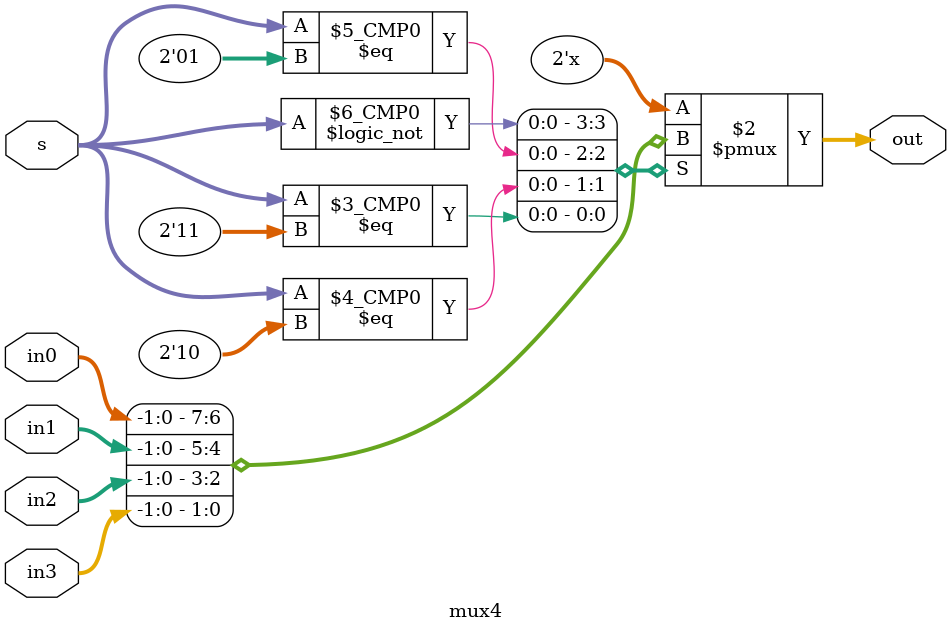
<source format=v>
module mux4 #(
    parameter width = 0
)
(
    input       [width-1:0] in0,
    input       [width-1:0] in1,
    input       [width-1:0] in2,
    input       [width-1:0] in3,
    input       [1:0]       s,
    output reg  [width-1:0] out
);
    always @* begin
        case(s)
            0: out <= in0;
            1: out <= in1;
            2: out <= in2;
            3: out <= in3;
        endcase
    end
endmodule

</source>
